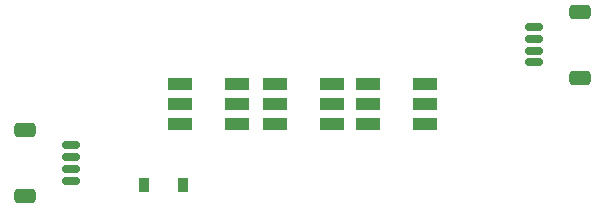
<source format=gbr>
%TF.GenerationSoftware,KiCad,Pcbnew,6.0.4-6f826c9f35~116~ubuntu20.04.1*%
%TF.CreationDate,2022-04-27T15:37:50-05:00*%
%TF.ProjectId,lc-led,6c632d6c-6564-42e6-9b69-6361645f7063,rev?*%
%TF.SameCoordinates,Original*%
%TF.FileFunction,Paste,Top*%
%TF.FilePolarity,Positive*%
%FSLAX46Y46*%
G04 Gerber Fmt 4.6, Leading zero omitted, Abs format (unit mm)*
G04 Created by KiCad (PCBNEW 6.0.4-6f826c9f35~116~ubuntu20.04.1) date 2022-04-27 15:37:50*
%MOMM*%
%LPD*%
G01*
G04 APERTURE LIST*
G04 Aperture macros list*
%AMRoundRect*
0 Rectangle with rounded corners*
0 $1 Rounding radius*
0 $2 $3 $4 $5 $6 $7 $8 $9 X,Y pos of 4 corners*
0 Add a 4 corners polygon primitive as box body*
4,1,4,$2,$3,$4,$5,$6,$7,$8,$9,$2,$3,0*
0 Add four circle primitives for the rounded corners*
1,1,$1+$1,$2,$3*
1,1,$1+$1,$4,$5*
1,1,$1+$1,$6,$7*
1,1,$1+$1,$8,$9*
0 Add four rect primitives between the rounded corners*
20,1,$1+$1,$2,$3,$4,$5,0*
20,1,$1+$1,$4,$5,$6,$7,0*
20,1,$1+$1,$6,$7,$8,$9,0*
20,1,$1+$1,$8,$9,$2,$3,0*%
G04 Aperture macros list end*
%ADD10R,2.000000X1.100000*%
%ADD11R,0.900000X1.200000*%
%ADD12RoundRect,0.150000X-0.625000X0.150000X-0.625000X-0.150000X0.625000X-0.150000X0.625000X0.150000X0*%
%ADD13RoundRect,0.250000X-0.650000X0.350000X-0.650000X-0.350000X0.650000X-0.350000X0.650000X0.350000X0*%
%ADD14RoundRect,0.150000X0.625000X-0.150000X0.625000X0.150000X-0.625000X0.150000X-0.625000X-0.150000X0*%
%ADD15RoundRect,0.250000X0.650000X-0.350000X0.650000X0.350000X-0.650000X0.350000X-0.650000X-0.350000X0*%
G04 APERTURE END LIST*
D10*
%TO.C,LED2*%
X47185786Y-38900000D03*
X47185786Y-40600000D03*
X47185786Y-42300000D03*
X51985786Y-42300000D03*
X51985786Y-40600000D03*
X51985786Y-38900000D03*
%TD*%
D11*
%TO.C,D1*%
X39435786Y-47500000D03*
X36135786Y-47500000D03*
%TD*%
D12*
%TO.C,J1*%
X29900000Y-44100000D03*
X29900000Y-45100000D03*
X29900000Y-46100000D03*
X29900000Y-47100000D03*
D13*
X26025000Y-42800000D03*
X26025000Y-48400000D03*
%TD*%
D10*
%TO.C,LED1*%
X39185786Y-38900000D03*
X39185786Y-40600000D03*
X39185786Y-42300000D03*
X43985786Y-42300000D03*
X43985786Y-40600000D03*
X43985786Y-38900000D03*
%TD*%
%TO.C,LED3*%
X55085786Y-38900000D03*
X55085786Y-40600000D03*
X55085786Y-42300000D03*
X59885786Y-42300000D03*
X59885786Y-40600000D03*
X59885786Y-38900000D03*
%TD*%
D14*
%TO.C,J2*%
X69100000Y-37100000D03*
X69100000Y-36100000D03*
X69100000Y-35100000D03*
X69100000Y-34100000D03*
D15*
X72975000Y-38400000D03*
X72975000Y-32800000D03*
%TD*%
M02*

</source>
